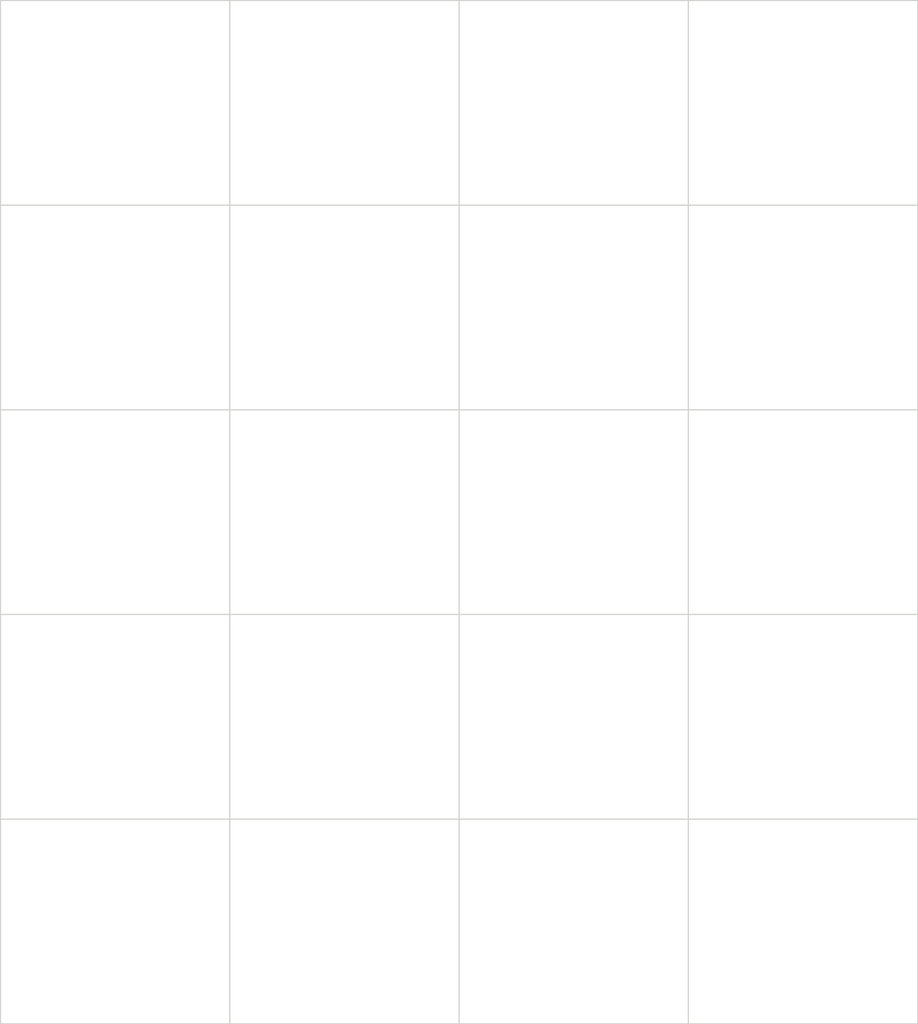
<source format=kicad_pcb>
(kicad_pcb (version 20171130) (host pcbnew "(5.1.10)-1")

  (general
    (thickness 1.6)
    (drawings 80)
    (tracks 0)
    (zones 0)
    (modules 0)
    (nets 1)
  )

  (page A4)
  (layers
    (0 F.Cu signal)
    (31 B.Cu signal)
    (32 B.Adhes user)
    (33 F.Adhes user)
    (34 B.Paste user)
    (35 F.Paste user)
    (36 B.SilkS user)
    (37 F.SilkS user)
    (38 B.Mask user)
    (39 F.Mask user)
    (40 Dwgs.User user)
    (41 Cmts.User user)
    (42 Eco1.User user)
    (43 Eco2.User user)
    (44 Edge.Cuts user)
    (45 Margin user)
    (46 B.CrtYd user)
    (47 F.CrtYd user)
    (48 B.Fab user)
    (49 F.Fab user)
  )

  (setup
    (last_trace_width 0.25)
    (user_trace_width 0.3)
    (user_trace_width 0.4)
    (user_trace_width 0.5)
    (user_trace_width 0.6)
    (user_trace_width 0.7)
    (user_trace_width 0.8)
    (user_trace_width 1)
    (user_trace_width 1.2)
    (user_trace_width 1.4)
    (user_trace_width 2)
    (trace_clearance 0.2)
    (zone_clearance 0.254)
    (zone_45_only yes)
    (trace_min 0.2)
    (via_size 0.8)
    (via_drill 0.4)
    (via_min_size 0.4)
    (via_min_drill 0.3)
    (user_via 1.1 0.6)
    (user_via 1.2 0.7)
    (user_via 1.6 1)
    (user_via 1.8 1.2)
    (user_via 2 1.4)
    (user_via 2.4 1.8)
    (uvia_size 0.3)
    (uvia_drill 0.1)
    (uvias_allowed no)
    (uvia_min_size 0.2)
    (uvia_min_drill 0.1)
    (edge_width 0.1)
    (segment_width 0.2)
    (pcb_text_width 0.3)
    (pcb_text_size 1.5 1.5)
    (mod_edge_width 0.15)
    (mod_text_size 1 1)
    (mod_text_width 0.15)
    (pad_size 1.7 1.7)
    (pad_drill 1)
    (pad_to_mask_clearance 0)
    (aux_axis_origin 53.5 42.646)
    (grid_origin 53.5 42.646)
    (visible_elements 7FFFFFFF)
    (pcbplotparams
      (layerselection 0x010fc_ffffffff)
      (usegerberextensions false)
      (usegerberattributes true)
      (usegerberadvancedattributes true)
      (creategerberjobfile true)
      (excludeedgelayer true)
      (linewidth 0.020000)
      (plotframeref false)
      (viasonmask false)
      (mode 1)
      (useauxorigin false)
      (hpglpennumber 1)
      (hpglpenspeed 20)
      (hpglpendiameter 15.000000)
      (psnegative false)
      (psa4output false)
      (plotreference true)
      (plotvalue true)
      (plotinvisibletext false)
      (padsonsilk false)
      (subtractmaskfromsilk true)
      (outputformat 1)
      (mirror false)
      (drillshape 0)
      (scaleselection 1)
      (outputdirectory "Gerbers/"))
  )

  (net 0 "")

  (net_class Default "Это класс цепей по умолчанию."
    (clearance 0.2)
    (trace_width 0.25)
    (via_dia 0.8)
    (via_drill 0.4)
    (uvia_dia 0.3)
    (uvia_drill 0.1)
  )

  (net_class AC230V ""
    (clearance 0.8)
    (trace_width 2)
    (via_dia 1.8)
    (via_drill 1)
    (uvia_dia 0.3)
    (uvia_drill 0.1)
  )

  (gr_line (start 118 119.354) (end 118 138.531) (layer Edge.Cuts) (width 0.1) (tstamp 61E68A92))
  (gr_line (start 96.5 119.354) (end 96.5 138.531) (layer Edge.Cuts) (width 0.1) (tstamp 61E68A90))
  (gr_line (start 75 119.354) (end 75 138.531) (layer Edge.Cuts) (width 0.1) (tstamp 61E68A8E))
  (gr_line (start 53.5 119.354) (end 53.5 138.531) (layer Edge.Cuts) (width 0.1) (tstamp 61E68A8C))
  (gr_line (start 118 100.177) (end 118 119.354) (layer Edge.Cuts) (width 0.1) (tstamp 61E68A8A))
  (gr_line (start 96.5 100.177) (end 96.5 119.354) (layer Edge.Cuts) (width 0.1) (tstamp 61E68A88))
  (gr_line (start 75 100.177) (end 75 119.354) (layer Edge.Cuts) (width 0.1) (tstamp 61E68A86))
  (gr_line (start 53.5 100.177) (end 53.5 119.354) (layer Edge.Cuts) (width 0.1) (tstamp 61E68A84))
  (gr_line (start 118 81) (end 118 100.177) (layer Edge.Cuts) (width 0.1) (tstamp 61E68A82))
  (gr_line (start 96.5 81) (end 96.5 100.177) (layer Edge.Cuts) (width 0.1) (tstamp 61E68A80))
  (gr_line (start 75 81) (end 75 100.177) (layer Edge.Cuts) (width 0.1) (tstamp 61E68A7E))
  (gr_line (start 53.5 81) (end 53.5 100.177) (layer Edge.Cuts) (width 0.1) (tstamp 61E68A7C))
  (gr_line (start 118 61.823) (end 118 81) (layer Edge.Cuts) (width 0.1) (tstamp 61E68A7A))
  (gr_line (start 96.5 61.823) (end 96.5 81) (layer Edge.Cuts) (width 0.1) (tstamp 61E68A78))
  (gr_line (start 75 61.823) (end 75 81) (layer Edge.Cuts) (width 0.1) (tstamp 61E68A76))
  (gr_line (start 53.5 61.823) (end 53.5 81) (layer Edge.Cuts) (width 0.1) (tstamp 61E68A74))
  (gr_line (start 118 42.646) (end 118 61.823) (layer Edge.Cuts) (width 0.1) (tstamp 61E68A72))
  (gr_line (start 96.5 42.646) (end 96.5 61.823) (layer Edge.Cuts) (width 0.1) (tstamp 61E68A70))
  (gr_line (start 75 42.646) (end 75 61.823) (layer Edge.Cuts) (width 0.1) (tstamp 61E68A6E))
  (gr_line (start 139.5 119.354) (end 118 119.354) (layer Edge.Cuts) (width 0.1) (tstamp 61E68A6B))
  (gr_line (start 118 119.354) (end 96.5 119.354) (layer Edge.Cuts) (width 0.1) (tstamp 61E68A69))
  (gr_line (start 96.5 119.354) (end 75 119.354) (layer Edge.Cuts) (width 0.1) (tstamp 61E68A67))
  (gr_line (start 75 119.354) (end 53.5 119.354) (layer Edge.Cuts) (width 0.1) (tstamp 61E68A65))
  (gr_line (start 139.5 100.177) (end 118 100.177) (layer Edge.Cuts) (width 0.1) (tstamp 61E68A63))
  (gr_line (start 118 100.177) (end 96.5 100.177) (layer Edge.Cuts) (width 0.1) (tstamp 61E68A61))
  (gr_line (start 96.5 100.177) (end 75 100.177) (layer Edge.Cuts) (width 0.1) (tstamp 61E68A5F))
  (gr_line (start 75 100.177) (end 53.5 100.177) (layer Edge.Cuts) (width 0.1) (tstamp 61E68A5D))
  (gr_line (start 139.5 81) (end 118 81) (layer Edge.Cuts) (width 0.1) (tstamp 61E68A5B))
  (gr_line (start 118 81) (end 96.5 81) (layer Edge.Cuts) (width 0.1) (tstamp 61E68A59))
  (gr_line (start 96.5 81) (end 75 81) (layer Edge.Cuts) (width 0.1) (tstamp 61E68A57))
  (gr_line (start 75 81) (end 53.5 81) (layer Edge.Cuts) (width 0.1) (tstamp 61E68A55))
  (gr_line (start 139.5 61.823) (end 118 61.823) (layer Edge.Cuts) (width 0.1) (tstamp 61E68A53))
  (gr_line (start 118 61.823) (end 96.5 61.823) (layer Edge.Cuts) (width 0.1) (tstamp 61E68A51))
  (gr_line (start 96.5 61.823) (end 75 61.823) (layer Edge.Cuts) (width 0.1) (tstamp 61E68A4F))
  (gr_line (start 75 61.823) (end 53.5 61.823) (layer Edge.Cuts) (width 0.1) (tstamp 61E68A4D))
  (gr_line (start 139.5 42.646) (end 118 42.646) (layer Edge.Cuts) (width 0.1) (tstamp 61E68A4B))
  (gr_line (start 118 42.646) (end 96.5 42.646) (layer Edge.Cuts) (width 0.1) (tstamp 61E68A49))
  (gr_line (start 96.5 42.646) (end 75 42.646) (layer Edge.Cuts) (width 0.1) (tstamp 61E68A47))
  (gr_line (start 139.5 119.354) (end 139.5 138.531) (layer Edge.Cuts) (width 0.1) (tstamp 61E68A44))
  (gr_line (start 118 119.354) (end 118 138.531) (layer Edge.Cuts) (width 0.1) (tstamp 61E68A42))
  (gr_line (start 96.5 119.354) (end 96.5 138.531) (layer Edge.Cuts) (width 0.1) (tstamp 61E68A40))
  (gr_line (start 75 119.354) (end 75 138.531) (layer Edge.Cuts) (width 0.1) (tstamp 61E68A3E))
  (gr_line (start 139.5 100.177) (end 139.5 119.354) (layer Edge.Cuts) (width 0.1) (tstamp 61E68A3C))
  (gr_line (start 118 100.177) (end 118 119.354) (layer Edge.Cuts) (width 0.1) (tstamp 61E68A3A))
  (gr_line (start 96.5 100.177) (end 96.5 119.354) (layer Edge.Cuts) (width 0.1) (tstamp 61E68A38))
  (gr_line (start 75 100.177) (end 75 119.354) (layer Edge.Cuts) (width 0.1) (tstamp 61E68A36))
  (gr_line (start 139.5 81) (end 139.5 100.177) (layer Edge.Cuts) (width 0.1) (tstamp 61E68A34))
  (gr_line (start 118 81) (end 118 100.177) (layer Edge.Cuts) (width 0.1) (tstamp 61E68A32))
  (gr_line (start 96.5 81) (end 96.5 100.177) (layer Edge.Cuts) (width 0.1) (tstamp 61E68A30))
  (gr_line (start 75 81) (end 75 100.177) (layer Edge.Cuts) (width 0.1) (tstamp 61E68A2E))
  (gr_line (start 139.5 61.823) (end 139.5 81) (layer Edge.Cuts) (width 0.1) (tstamp 61E68A2C))
  (gr_line (start 118 61.823) (end 118 81) (layer Edge.Cuts) (width 0.1) (tstamp 61E68A2A))
  (gr_line (start 96.5 61.823) (end 96.5 81) (layer Edge.Cuts) (width 0.1) (tstamp 61E68A28))
  (gr_line (start 75 61.823) (end 75 81) (layer Edge.Cuts) (width 0.1) (tstamp 61E68A26))
  (gr_line (start 139.5 42.646) (end 139.5 61.823) (layer Edge.Cuts) (width 0.1) (tstamp 61E68A24))
  (gr_line (start 118 42.646) (end 118 61.823) (layer Edge.Cuts) (width 0.1) (tstamp 61E68A22))
  (gr_line (start 96.5 42.646) (end 96.5 61.823) (layer Edge.Cuts) (width 0.1) (tstamp 61E68A20))
  (gr_line (start 118 138.531) (end 139.5 138.531) (layer Edge.Cuts) (width 0.1) (tstamp 61E68A1D))
  (gr_line (start 96.5 138.531) (end 118 138.531) (layer Edge.Cuts) (width 0.1) (tstamp 61E68A1B))
  (gr_line (start 75 138.531) (end 96.5 138.531) (layer Edge.Cuts) (width 0.1) (tstamp 61E68A19))
  (gr_line (start 53.5 138.531) (end 75 138.531) (layer Edge.Cuts) (width 0.1) (tstamp 61E68A17))
  (gr_line (start 118 119.354) (end 139.5 119.354) (layer Edge.Cuts) (width 0.1) (tstamp 61E68A15))
  (gr_line (start 96.5 119.354) (end 118 119.354) (layer Edge.Cuts) (width 0.1) (tstamp 61E68A13))
  (gr_line (start 75 119.354) (end 96.5 119.354) (layer Edge.Cuts) (width 0.1) (tstamp 61E68A11))
  (gr_line (start 53.5 119.354) (end 75 119.354) (layer Edge.Cuts) (width 0.1) (tstamp 61E68A0F))
  (gr_line (start 118 100.177) (end 139.5 100.177) (layer Edge.Cuts) (width 0.1) (tstamp 61E68A0D))
  (gr_line (start 96.5 100.177) (end 118 100.177) (layer Edge.Cuts) (width 0.1) (tstamp 61E68A0B))
  (gr_line (start 75 100.177) (end 96.5 100.177) (layer Edge.Cuts) (width 0.1) (tstamp 61E68A09))
  (gr_line (start 53.5 100.177) (end 75 100.177) (layer Edge.Cuts) (width 0.1) (tstamp 61E68A07))
  (gr_line (start 118 81) (end 139.5 81) (layer Edge.Cuts) (width 0.1) (tstamp 61E68A05))
  (gr_line (start 96.5 81) (end 118 81) (layer Edge.Cuts) (width 0.1) (tstamp 61E68A03))
  (gr_line (start 75 81) (end 96.5 81) (layer Edge.Cuts) (width 0.1) (tstamp 61E68A01))
  (gr_line (start 53.5 81) (end 75 81) (layer Edge.Cuts) (width 0.1) (tstamp 61E689FF))
  (gr_line (start 118 61.823) (end 139.5 61.823) (layer Edge.Cuts) (width 0.1) (tstamp 61E689FD))
  (gr_line (start 96.5 61.823) (end 118 61.823) (layer Edge.Cuts) (width 0.1) (tstamp 61E689FB))
  (gr_line (start 75 61.823) (end 96.5 61.823) (layer Edge.Cuts) (width 0.1) (tstamp 61E689F9))
  (gr_line (start 53.5 42.646) (end 53.5 61.823) (layer Edge.Cuts) (width 0.1) (tstamp 5FD30EB7))
  (gr_line (start 75 42.646) (end 53.5 42.646) (layer Edge.Cuts) (width 0.1))
  (gr_line (start 75 42.646) (end 75 61.823) (layer Edge.Cuts) (width 0.1))
  (gr_line (start 53.5 61.823) (end 75 61.823) (layer Edge.Cuts) (width 0.1))

)

</source>
